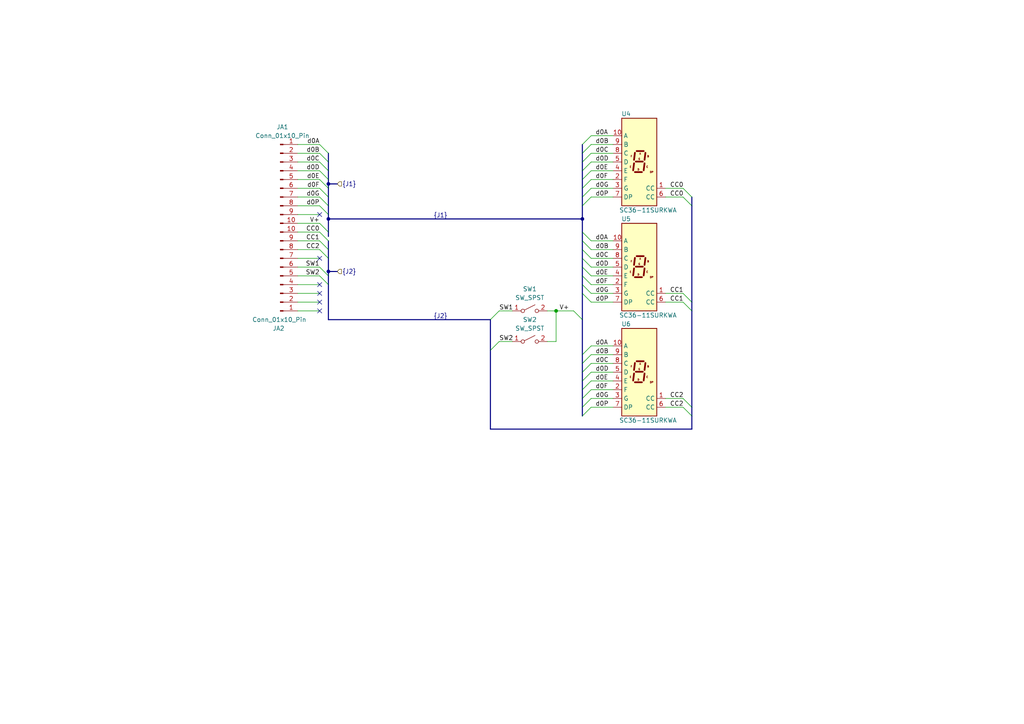
<source format=kicad_sch>
(kicad_sch (version 20230121) (generator eeschema)
  (paper "A4")
  (title_block (title "Anzeige- und Bedienplatine"))
  (lib_symbols
    (symbol "4xxx_IEEE:SC36-11SURKWA"
      (property "Reference" "U" (at -3.81 13.97 0))
      (property "Value" "SC36-11SURKWA" (at 6.35 13.97 0))
      (symbol "SC36-11SURKWA_1_0"
        (text "A" (at 0.254 2.413 0) (effects (font (size 0.508 0.508))))
        (text "B" (at 2.54 1.651 0) (effects (font (size 0.508 0.508))))
        (text "C" (at 2.286 -1.397 0) (effects (font (size 0.508 0.508))))
        (text "D" (at -0.254 -2.159 0) (effects (font (size 0.508 0.508))))
        (text "DP" (at 3.556 -2.921 0) (effects (font (size 0.508 0.508))))
        (text "E" (at -2.54 -1.397 0) (effects (font (size 0.508 0.508))))
        (text "F" (at -2.286 1.651 0) (effects (font (size 0.508 0.508))))
        (text "G" (at 0 0.889 0) (effects (font (size 0.508 0.508))))
      )
      (symbol "SC36-11SURKWA_1_1"
        (rectangle (start -5.08 12.7) (end 5.08 -12.7) (stroke (width 0.254)) (fill (type background)))
        (polyline (pts (xy -1.524 -0.381) (xy -1.778 -2.413)) (stroke (width 0.508)))
        (polyline (pts (xy -1.27 -2.921) (xy 0.762 -2.921)) (stroke (width 0.508)))
        (polyline (pts (xy -1.27 2.667) (xy -1.524 0.635)) (stroke (width 0.508)))
        (polyline (pts (xy -1.016 0.127) (xy 1.016 0.127)) (stroke (width 0.508)))
        (polyline (pts (xy -0.762 3.175) (xy 1.27 3.175)) (stroke (width 0.508)))
        (polyline (pts (xy 1.524 -0.381) (xy 1.27 -2.413)) (stroke (width 0.508)))
        (polyline (pts (xy 1.778 2.667) (xy 1.524 0.635)) (stroke (width 0.508)))
        (polyline (pts (xy 2.54 -2.921) (xy 2.54 -2.921)) (stroke (width 0.508)))
        (pin input line (at 7.62 -7.62 180) (length 2.54) (name "CC") (number "1"))
        (pin input line (at -7.62 7.62 0) (length 2.54) (name "A") (number "10"))
        (pin input line (at -7.62 -5.08 0) (length 2.54) (name "F") (number "2"))
        (pin input line (at -7.62 -7.62 0) (length 2.54) (name "G") (number "3"))
        (pin input line (at -7.62 -2.54 0) (length 2.54) (name "E") (number "4"))
        (pin input line (at -7.62 0 0) (length 2.54) (name "D") (number "5"))
        (pin input line (at 7.62 -10.16 180) (length 2.54) (name "CC") (number "6"))
        (pin input line (at -7.62 -10.16 0) (length 2.54) (name "DP") (number "7"))
        (pin input line (at -7.62 2.54 0) (length 2.54) (name "C") (number "8"))
        (pin input line (at -7.62 5.08 0) (length 2.54) (name "B") (number "9"))
      )
    )
    (symbol "Connector:Conn_01x10_Pin" (pin_names (offset 1.016) hide)
      (property "Reference" "J" (at 0 12.7 0))
      (property "Value" "Conn_01x10_Pin" (at 0 -15.24 0))
      (symbol "Conn_01x10_Pin_1_1"
        (polyline (pts (xy 1.27 -12.7) (xy 0.8636 -12.7)) (stroke (width 0.1524)))
        (polyline (pts (xy 1.27 -10.16) (xy 0.8636 -10.16)) (stroke (width 0.1524)))
        (polyline (pts (xy 1.27 -7.62) (xy 0.8636 -7.62)) (stroke (width 0.1524)))
        (polyline (pts (xy 1.27 -5.08) (xy 0.8636 -5.08)) (stroke (width 0.1524)))
        (polyline (pts (xy 1.27 -2.54) (xy 0.8636 -2.54)) (stroke (width 0.1524)))
        (polyline (pts (xy 1.27 0) (xy 0.8636 0)) (stroke (width 0.1524)))
        (polyline (pts (xy 1.27 2.54) (xy 0.8636 2.54)) (stroke (width 0.1524)))
        (polyline (pts (xy 1.27 5.08) (xy 0.8636 5.08)) (stroke (width 0.1524)))
        (polyline (pts (xy 1.27 7.62) (xy 0.8636 7.62)) (stroke (width 0.1524)))
        (polyline (pts (xy 1.27 10.16) (xy 0.8636 10.16)) (stroke (width 0.1524)))
        (rectangle (start 0.8636 -12.573) (end 0 -12.827) (stroke (width 0.1524)) (fill (type outline)))
        (rectangle (start 0.8636 -10.033) (end 0 -10.287) (stroke (width 0.1524)) (fill (type outline)))
        (rectangle (start 0.8636 -7.493) (end 0 -7.747) (stroke (width 0.1524)) (fill (type outline)))
        (rectangle (start 0.8636 -4.953) (end 0 -5.207) (stroke (width 0.1524)) (fill (type outline)))
        (rectangle (start 0.8636 -2.413) (end 0 -2.667) (stroke (width 0.1524)) (fill (type outline)))
        (rectangle (start 0.8636 0.127) (end 0 -0.127) (stroke (width 0.1524)) (fill (type outline)))
        (rectangle (start 0.8636 2.667) (end 0 2.413) (stroke (width 0.1524)) (fill (type outline)))
        (rectangle (start 0.8636 5.207) (end 0 4.953) (stroke (width 0.1524)) (fill (type outline)))
        (rectangle (start 0.8636 7.747) (end 0 7.493) (stroke (width 0.1524)) (fill (type outline)))
        (rectangle (start 0.8636 10.287) (end 0 10.033) (stroke (width 0.1524)) (fill (type outline)))
        (pin passive line (at 5.08 10.16 180) (length 3.81) (name "Pin_1") (number "1"))
        (pin passive line (at 5.08 -12.7 180) (length 3.81) (name "Pin_10") (number "10"))
        (pin passive line (at 5.08 7.62 180) (length 3.81) (name "Pin_2") (number "2"))
        (pin passive line (at 5.08 5.08 180) (length 3.81) (name "Pin_3") (number "3"))
        (pin passive line (at 5.08 2.54 180) (length 3.81) (name "Pin_4") (number "4"))
        (pin passive line (at 5.08 0 180) (length 3.81) (name "Pin_5") (number "5"))
        (pin passive line (at 5.08 -2.54 180) (length 3.81) (name "Pin_6") (number "6"))
        (pin passive line (at 5.08 -5.08 180) (length 3.81) (name "Pin_7") (number "7"))
        (pin passive line (at 5.08 -7.62 180) (length 3.81) (name "Pin_8") (number "8"))
        (pin passive line (at 5.08 -10.16 180) (length 3.81) (name "Pin_9") (number "9"))
      )
    )
    (symbol "Switch:SW_SPST" (pin_names (offset 0) hide)
      (property "Reference" "SW" (at 0 3.175 0))
      (property "Value" "SW_SPST" (at 0 -2.54 0))
      (symbol "SW_SPST_0_0"
        (circle (center -2.032 0) (radius 0.508))
        (polyline (pts (xy -1.524 0.254) (xy 1.524 1.778)))
        (circle (center 2.032 0) (radius 0.508))
      )
      (symbol "SW_SPST_1_1"
        (pin passive line (at -5.08 0 0) (length 2.54) (name "A") (number "1"))
        (pin passive line (at 5.08 0 180) (length 2.54) (name "B") (number "2"))
      )
    )
  )
  (bus_alias "J2" (members "DD" "DC" "DB" "DA" "SW2" "SW1" "7" "CC2" "CC1" "CC0"))
  (bus_alias "J3" (members "d0A" "d0B" "d0C" "d0D" "d0E" "d0F" "d0G" "d0P" "V-" "V+"))
  (bus_alias "J4" (members "DD" "DC" "DB" "DA" "CS2" "CS1" "CS0" "CC2" "CC1" "CC0"))
  (bus_alias "J5" (members "V+" "V-" "3" "SLK" "SDO" "SDI" "7" "RST" "9" "10"))
  (bus_alias "J6" (members "1" "2" "3" "4" "tr-" "tr+" "tv-" "tv+" "SW-" "SW+"))
  (junction (at 161.29 90.17))
  (junction (at 95.25 53.34))
  (junction (at 168.91 63.5))
  (junction (at 95.25 78.74))
  (junction (at 95.25 63.5))
  (no_connect (at 92.71 87.63))
  (no_connect (at 92.71 74.93))
  (no_connect (at 92.71 90.17))
  (no_connect (at 92.71 82.55))
  (no_connect (at 92.71 62.23))
  (no_connect (at 92.71 85.09))
  (bus_entry (at 166.37 90.17) (size 2.54 2.54))
  (bus_entry (at 92.71 54.61) (size 2.54 2.54))
  (bus_entry (at 92.71 72.39) (size 2.54 2.54))
  (bus_entry (at 168.91 74.93) (size 2.54 2.54))
  (bus_entry (at 168.91 72.39) (size 2.54 2.54))
  (bus_entry (at 168.91 54.61) (size 2.54 -2.54))
  (bus_entry (at 168.91 107.95) (size 2.54 -2.54))
  (bus_entry (at 92.71 52.07) (size 2.54 2.54))
  (bus_entry (at 168.91 110.49) (size 2.54 -2.54))
  (bus_entry (at 168.91 46.99) (size 2.54 -2.54))
  (bus_entry (at 168.91 82.55) (size 2.54 2.54))
  (bus_entry (at 198.12 115.57) (size 2.54 2.54))
  (bus_entry (at 198.12 118.11) (size 2.54 2.54))
  (bus_entry (at 198.12 87.63) (size 2.54 2.54))
  (bus_entry (at 92.71 41.91) (size 2.54 2.54))
  (bus_entry (at 92.71 44.45) (size 2.54 2.54))
  (bus_entry (at 168.91 77.47) (size 2.54 2.54))
  (bus_entry (at 198.12 54.61) (size 2.54 2.54))
  (bus_entry (at 92.71 77.47) (size 2.54 2.54))
  (bus_entry (at 92.71 67.31) (size 2.54 2.54))
  (bus_entry (at 168.91 105.41) (size 2.54 -2.54))
  (bus_entry (at 92.71 49.53) (size 2.54 2.54))
  (bus_entry (at 168.91 102.87) (size 2.54 -2.54))
  (bus_entry (at 198.12 57.15) (size 2.54 2.54))
  (bus_entry (at 168.91 59.69) (size 2.54 -2.54))
  (bus_entry (at 168.91 80.01) (size 2.54 2.54))
  (bus_entry (at 92.71 69.85) (size 2.54 2.54))
  (bus_entry (at 92.71 57.15) (size 2.54 2.54))
  (bus_entry (at 168.91 115.57) (size 2.54 -2.54))
  (bus_entry (at 92.71 59.69) (size 2.54 2.54))
  (bus_entry (at 142.24 101.6) (size 2.54 -2.54))
  (bus_entry (at 168.91 57.15) (size 2.54 -2.54))
  (bus_entry (at 168.91 67.31) (size 2.54 2.54))
  (bus_entry (at 198.12 85.09) (size 2.54 2.54))
  (bus_entry (at 168.91 52.07) (size 2.54 -2.54))
  (bus_entry (at 168.91 69.85) (size 2.54 2.54))
  (bus_entry (at 168.91 113.03) (size 2.54 -2.54))
  (bus_entry (at 168.91 44.45) (size 2.54 -2.54))
  (bus_entry (at 168.91 85.09) (size 2.54 2.54))
  (bus_entry (at 168.91 120.65) (size 2.54 -2.54))
  (bus_entry (at 168.91 41.91) (size 2.54 -2.54))
  (bus_entry (at 168.91 118.11) (size 2.54 -2.54))
  (bus_entry (at 92.71 46.99) (size 2.54 2.54))
  (bus_entry (at 142.24 92.71) (size 2.54 -2.54))
  (bus_entry (at 92.71 80.01) (size 2.54 2.54))
  (bus_entry (at 168.91 49.53) (size 2.54 -2.54))
  (bus_entry (at 92.71 64.77) (size 2.54 2.54))
  (wire (pts (xy 193.04 87.63) (xy 198.12 87.63)))
  (wire (pts (xy 171.45 118.11) (xy 177.8 118.11)))
  (wire (pts (xy 171.45 110.49) (xy 177.8 110.49)))
  (bus (pts (xy 168.91 44.45) (xy 168.91 46.99)))
  (wire (pts (xy 86.36 49.53) (xy 92.71 49.53)))
  (wire (pts (xy 171.45 72.39) (xy 177.8 72.39)))
  (bus (pts (xy 95.25 53.34) (xy 97.79 53.34)))
  (wire (pts (xy 171.45 46.99) (xy 177.8 46.99)))
  (wire (pts (xy 171.45 52.07) (xy 177.8 52.07)))
  (bus (pts (xy 95.25 69.85) (xy 95.25 72.39)))
  (bus (pts (xy 95.25 44.45) (xy 95.25 46.99)))
  (wire (pts (xy 86.36 46.99) (xy 92.71 46.99)))
  (bus (pts (xy 168.91 102.87) (xy 168.91 105.41)))
  (bus (pts (xy 168.91 49.53) (xy 168.91 52.07)))
  (bus (pts (xy 95.25 52.07) (xy 95.25 53.34)))
  (wire (pts (xy 86.36 62.23) (xy 92.71 62.23)))
  (wire (pts (xy 171.45 113.03) (xy 177.8 113.03)))
  (wire (pts (xy 86.36 87.63) (xy 92.71 87.63)))
  (wire (pts (xy 144.78 99.06) (xy 148.59 99.06)))
  (wire (pts (xy 171.45 85.09) (xy 177.8 85.09)))
  (wire (pts (xy 171.45 44.45) (xy 177.8 44.45)))
  (wire (pts (xy 171.45 80.01) (xy 177.8 80.01)))
  (wire (pts (xy 161.29 90.17) (xy 161.29 99.06)))
  (bus (pts (xy 168.91 74.93) (xy 168.91 77.47)))
  (wire (pts (xy 171.45 41.91) (xy 177.8 41.91)))
  (wire (pts (xy 193.04 85.09) (xy 198.12 85.09)))
  (bus (pts (xy 142.24 124.46) (xy 200.66 124.46)))
  (wire (pts (xy 171.45 100.33) (xy 177.8 100.33)))
  (wire (pts (xy 171.45 74.93) (xy 177.8 74.93)))
  (bus (pts (xy 168.91 105.41) (xy 168.91 107.95)))
  (wire (pts (xy 193.04 118.11) (xy 198.12 118.11)))
  (bus (pts (xy 168.91 63.5) (xy 168.91 67.31)))
  (bus (pts (xy 168.91 113.03) (xy 168.91 115.57)))
  (bus (pts (xy 142.24 124.46) (xy 142.24 101.6)))
  (wire (pts (xy 171.45 39.37) (xy 177.8 39.37)))
  (wire (pts (xy 86.36 69.85) (xy 92.71 69.85)))
  (bus (pts (xy 95.25 63.5) (xy 95.25 67.31)))
  (bus (pts (xy 95.25 59.69) (xy 95.25 62.23)))
  (bus (pts (xy 168.91 110.49) (xy 168.91 113.03)))
  (bus (pts (xy 142.24 101.6) (xy 142.24 92.71)))
  (bus (pts (xy 168.91 72.39) (xy 168.91 74.93)))
  (bus (pts (xy 95.25 63.5) (xy 168.91 63.5)))
  (bus (pts (xy 168.91 77.47) (xy 168.91 80.01)))
  (wire (pts (xy 86.36 72.39) (xy 92.71 72.39)))
  (wire (pts (xy 171.45 105.41) (xy 177.8 105.41)))
  (bus (pts (xy 168.91 41.91) (xy 168.91 44.45)))
  (wire (pts (xy 86.36 59.69) (xy 92.71 59.69)))
  (bus (pts (xy 95.25 80.01) (xy 95.25 82.55)))
  (wire (pts (xy 86.36 85.09) (xy 92.71 85.09)))
  (wire (pts (xy 171.45 54.61) (xy 177.8 54.61)))
  (wire (pts (xy 86.36 57.15) (xy 92.71 57.15)))
  (wire (pts (xy 171.45 115.57) (xy 177.8 115.57)))
  (wire (pts (xy 193.04 54.61) (xy 198.12 54.61)))
  (bus (pts (xy 168.91 67.31) (xy 168.91 69.85)))
  (bus (pts (xy 95.25 57.15) (xy 95.25 59.69)))
  (wire (pts (xy 158.75 99.06) (xy 161.29 99.06)))
  (bus (pts (xy 168.91 107.95) (xy 168.91 110.49)))
  (bus (pts (xy 95.25 92.71) (xy 142.24 92.71)))
  (bus (pts (xy 200.66 57.15) (xy 200.66 59.69)))
  (wire (pts (xy 86.36 80.01) (xy 92.71 80.01)))
  (bus (pts (xy 200.66 87.63) (xy 200.66 90.17)))
  (bus (pts (xy 95.25 54.61) (xy 95.25 57.15)))
  (bus (pts (xy 95.25 62.23) (xy 95.25 63.5)))
  (bus (pts (xy 168.91 59.69) (xy 168.91 63.5)))
  (bus (pts (xy 95.25 49.53) (xy 95.25 52.07)))
  (wire (pts (xy 171.45 102.87) (xy 177.8 102.87)))
  (bus (pts (xy 168.91 46.99) (xy 168.91 49.53)))
  (wire (pts (xy 86.36 90.17) (xy 92.71 90.17)))
  (bus (pts (xy 200.66 59.69) (xy 200.66 87.63)))
  (bus (pts (xy 95.25 46.99) (xy 95.25 49.53)))
  (wire (pts (xy 171.45 69.85) (xy 177.8 69.85)))
  (bus (pts (xy 168.91 115.57) (xy 168.91 118.11)))
  (bus (pts (xy 95.25 78.74) (xy 95.25 80.01)))
  (wire (pts (xy 86.36 64.77) (xy 92.71 64.77)))
  (bus (pts (xy 168.91 80.01) (xy 168.91 82.55)))
  (wire (pts (xy 158.75 90.17) (xy 161.29 90.17)))
  (bus (pts (xy 168.91 57.15) (xy 168.91 59.69)))
  (bus (pts (xy 95.25 78.74) (xy 97.79 78.74)))
  (wire (pts (xy 86.36 74.93) (xy 92.71 74.93)))
  (bus (pts (xy 168.91 85.09) (xy 168.91 92.71)))
  (wire (pts (xy 161.29 90.17) (xy 166.37 90.17)))
  (bus (pts (xy 200.66 118.11) (xy 200.66 120.65)))
  (bus (pts (xy 168.91 52.07) (xy 168.91 54.61)))
  (wire (pts (xy 86.36 54.61) (xy 92.71 54.61)))
  (bus (pts (xy 95.25 82.55) (xy 95.25 92.71)))
  (bus (pts (xy 200.66 120.65) (xy 200.66 124.46)))
  (bus (pts (xy 168.91 82.55) (xy 168.91 85.09)))
  (wire (pts (xy 86.36 77.47) (xy 92.71 77.47)))
  (bus (pts (xy 95.25 67.31) (xy 95.25 68.58)))
  (bus (pts (xy 168.91 54.61) (xy 168.91 57.15)))
  (wire (pts (xy 86.36 52.07) (xy 92.71 52.07)))
  (wire (pts (xy 144.78 90.17) (xy 148.59 90.17)))
  (bus (pts (xy 95.25 53.34) (xy 95.25 54.61)))
  (wire (pts (xy 193.04 57.15) (xy 198.12 57.15)))
  (wire (pts (xy 86.36 67.31) (xy 92.71 67.31)))
  (wire (pts (xy 171.45 107.95) (xy 177.8 107.95)))
  (wire (pts (xy 171.45 87.63) (xy 177.8 87.63)))
  (bus (pts (xy 200.66 90.17) (xy 200.66 118.11)))
  (bus (pts (xy 168.91 92.71) (xy 168.91 102.87)))
  (bus (pts (xy 168.91 69.85) (xy 168.91 72.39)))
  (bus (pts (xy 168.91 118.11) (xy 168.91 120.65)))
  (wire (pts (xy 171.45 82.55) (xy 177.8 82.55)))
  (wire (pts (xy 193.04 115.57) (xy 198.12 115.57)))
  (wire (pts (xy 86.36 41.91) (xy 92.71 41.91)))
  (wire (pts (xy 86.36 82.55) (xy 92.71 82.55)))
  (wire (pts (xy 171.45 49.53) (xy 177.8 49.53)))
  (wire (pts (xy 171.45 57.15) (xy 177.8 57.15)))
  (bus (pts (xy 95.25 74.93) (xy 95.25 78.74)))
  (wire (pts (xy 171.45 77.47) (xy 177.8 77.47)))
  (wire (pts (xy 86.36 44.45) (xy 92.71 44.45)))
  (bus (pts (xy 95.25 72.39) (xy 95.25 74.93)))
  (label "CC1" (at 92.71 69.85 180))
  (label "CC0" (at 194.31 57.15 0))
  (label "d0B" (at 172.72 102.87 0))
  (label "CC1" (at 194.31 87.63 0))
  (label "d0E" (at 172.72 49.53 0))
  (label "d0A" (at 172.72 69.85 0))
  (label "d0P" (at 172.72 57.15 0))
  (label "d0D" (at 172.72 46.99 0))
  (label "SW1" (at 144.78 90.17 0))
  (label "d0F" (at 172.72 82.55 0))
  (label "d0F" (at 172.72 113.03 0))
  (label "d0C" (at 92.71 46.99 180))
  (label "d0D" (at 172.72 107.95 0))
  (label "d0P" (at 92.71 59.69 180))
  (label "{J2}" (at 125.73 92.71 0))
  (label "CC0" (at 92.71 67.31 180))
  (label "d0E" (at 172.72 80.01 0))
  (label "d0B" (at 172.72 72.39 0))
  (label "d0C" (at 172.72 74.93 0))
  (label "d0A" (at 172.72 39.37 0))
  (label "d0B" (at 92.71 44.45 180))
  (label "V+" (at 92.71 64.77 180))
  (label "d0E" (at 172.72 110.49 0))
  (label "d0G" (at 172.72 85.09 0))
  (label "SW2" (at 144.78 99.06 0))
  (label "CC2" (at 194.31 118.11 0))
  (label "CC2" (at 194.31 115.57 0))
  (label "d0C" (at 172.72 44.45 0))
  (label "CC1" (at 194.31 85.09 0))
  (label "d0G" (at 172.72 115.57 0))
  (label "d0E" (at 92.71 52.07 180))
  (label "SW1" (at 92.71 77.47 180))
  (label "d0C" (at 172.72 105.41 0))
  (label "d0A" (at 92.71 41.91 180))
  (label "d0F" (at 92.71 54.61 180))
  (label "d0D" (at 92.71 49.53 180))
  (label "d0B" (at 172.72 41.91 0))
  (label "d0P" (at 172.72 87.63 0))
  (label "d0P" (at 172.72 118.11 0))
  (label "CC0" (at 194.31 54.61 0))
  (label "V+" (at 165.1 90.17 180))
  (label "d0G" (at 92.71 57.15 180))
  (label "d0F" (at 172.72 52.07 0))
  (label "d0A" (at 172.72 100.33 0))
  (label "{J1}" (at 125.73 63.5 0))
  (label "d0D" (at 172.72 77.47 0))
  (label "d0G" (at 172.72 54.61 0))
  (label "CC2" (at 92.71 72.39 180))
  (label "SW2" (at 92.71 80.01 180))
  (hierarchical_label "{J1}" (shape input) (at 97.79 53.34 0))
  (hierarchical_label "{J2}" (shape input) (at 97.79 78.74 0))
  (symbol (lib_id "Connector:Conn_01x10_Pin") (at 81.28 80.01 0) (mirror x) (unit 1)
    (property "Reference" "JA2" (at 82.55 95.25 0) (effects (justify right)))
    (property "Value" "Conn_01x10_Pin" (at 88.9 92.71 0) (effects (justify right)))
    (property "Footprint" "Connector_PinHeader_2.54mm:PinHeader_1x10_P2.54mm_Vertical" (effects hide))
  )
  (symbol (lib_id "4xxx_IEEE:SC36-11SURKWA") (at 185.42 46.99 0) (unit 1)
    (property "Reference" "U4" (at 181.61 33.02 0))
    (property "Value" "SC36-11SURKWA" (at 187.96 60.96 0))
    (property "Footprint" "globUserLib:Sx36-1xxxxx" (effects hide))
    (property "Datasheet" "http://www.kingbrightusa.com/images/catalog/SPEC/sc36-11surkwa.pdf" (effects hide))
    (instances (project "Heizungsregler" (path "" (reference "U4") (unit 1)) (path "" (reference "U1") (unit 1))))
  )
  (symbol (lib_id "4xxx_IEEE:SC36-11SURKWA") (at 185.42 77.47 0) (unit 1)
    (property "Reference" "U5" (at 181.61 63.5 0))
    (property "Value" "SC36-11SURKWA" (at 187.96 91.44 0))
    (property "Footprint" "globUserLib:Sx36-1xxxxx" (effects hide))
    (property "Datasheet" "http://www.kingbrightusa.com/images/catalog/SPEC/sc36-11surkwa.pdf" (effects hide))
    (instances (project "Heizungsregler" (path "" (reference "U5") (unit 1)) (path "" (reference "U2") (unit 1))))
  )
  (symbol (lib_id "Switch:SW_SPST") (at 153.67 90.17 0) (unit 1)
    (property "Reference" "SW1" (at 153.67 83.82 0))
    (property "Value" "SW_SPST" (at 153.67 86.36 0))
    (property "Footprint" "globUserLib:SW_Tactile_Pollin_6x6mm_12V_50mA_P5,21mm" (effects hide))
  )
  (symbol (lib_id "Switch:SW_SPST") (at 153.67 99.06 0) (unit 1)
    (property "Reference" "SW2" (at 153.67 92.71 0))
    (property "Value" "SW_SPST" (at 153.67 95.25 0))
    (property "Footprint" "globUserLib:SW_Tactile_Pollin_6x6mm_12V_50mA_P5,21mm" (effects hide))
  )
  (symbol (lib_id "4xxx_IEEE:SC36-11SURKWA") (at 185.42 107.95 0) (unit 1)
    (property "Reference" "U6" (at 181.61 93.98 0))
    (property "Value" "SC36-11SURKWA" (at 187.96 121.92 0))
    (property "Footprint" "globUserLib:Sx36-1xxxxx" (effects hide))
    (property "Datasheet" "http://www.kingbrightusa.com/images/catalog/SPEC/sc36-11surkwa.pdf" (effects hide))
    (instances (project "Heizungsregler" (path "" (reference "U6") (unit 1)) (path "" (reference "U3") (unit 1))))
  )
  (symbol (lib_id "Connector:Conn_01x10_Pin") (at 81.28 52.07 0) (unit 1)
    (property "Reference" "JA1" (at 81.915 36.83 0))
    (property "Value" "Conn_01x10_Pin" (at 81.915 39.37 0))
    (property "Footprint" "Connector_PinHeader_2.54mm:PinHeader_1x10_P2.54mm_Vertical" (effects hide))
  )
)
</source>
